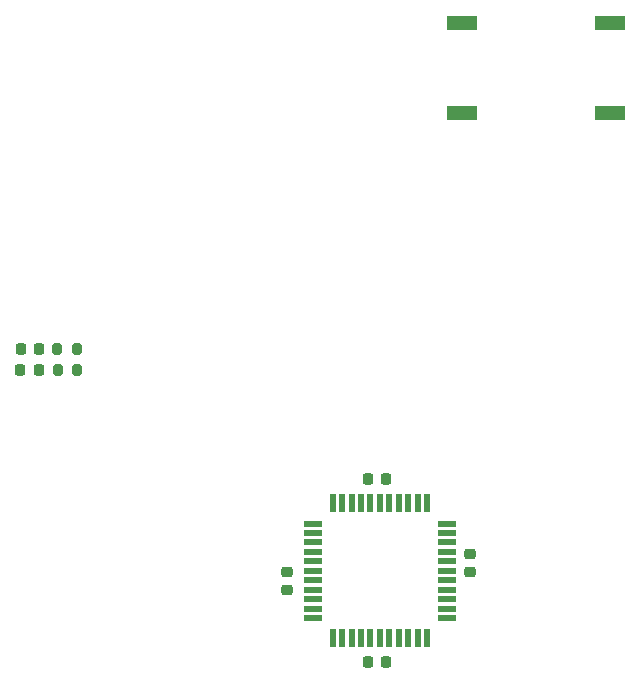
<source format=gbr>
%TF.GenerationSoftware,KiCad,Pcbnew,7.0.10*%
%TF.CreationDate,2024-02-20T17:57:48-08:00*%
%TF.ProjectId,HarnessTesterAll,4861726e-6573-4735-9465-73746572416c,rev?*%
%TF.SameCoordinates,Original*%
%TF.FileFunction,Paste,Top*%
%TF.FilePolarity,Positive*%
%FSLAX46Y46*%
G04 Gerber Fmt 4.6, Leading zero omitted, Abs format (unit mm)*
G04 Created by KiCad (PCBNEW 7.0.10) date 2024-02-20 17:57:48*
%MOMM*%
%LPD*%
G01*
G04 APERTURE LIST*
G04 Aperture macros list*
%AMRoundRect*
0 Rectangle with rounded corners*
0 $1 Rounding radius*
0 $2 $3 $4 $5 $6 $7 $8 $9 X,Y pos of 4 corners*
0 Add a 4 corners polygon primitive as box body*
4,1,4,$2,$3,$4,$5,$6,$7,$8,$9,$2,$3,0*
0 Add four circle primitives for the rounded corners*
1,1,$1+$1,$2,$3*
1,1,$1+$1,$4,$5*
1,1,$1+$1,$6,$7*
1,1,$1+$1,$8,$9*
0 Add four rect primitives between the rounded corners*
20,1,$1+$1,$2,$3,$4,$5,0*
20,1,$1+$1,$4,$5,$6,$7,0*
20,1,$1+$1,$6,$7,$8,$9,0*
20,1,$1+$1,$8,$9,$2,$3,0*%
G04 Aperture macros list end*
%ADD10RoundRect,0.200000X0.200000X0.275000X-0.200000X0.275000X-0.200000X-0.275000X0.200000X-0.275000X0*%
%ADD11R,2.500000X1.200000*%
%ADD12RoundRect,0.225000X-0.225000X-0.250000X0.225000X-0.250000X0.225000X0.250000X-0.225000X0.250000X0*%
%ADD13RoundRect,0.225000X-0.250000X0.225000X-0.250000X-0.225000X0.250000X-0.225000X0.250000X0.225000X0*%
%ADD14RoundRect,0.218750X-0.218750X-0.256250X0.218750X-0.256250X0.218750X0.256250X-0.218750X0.256250X0*%
%ADD15RoundRect,0.225000X0.250000X-0.225000X0.250000X0.225000X-0.250000X0.225000X-0.250000X-0.225000X0*%
%ADD16RoundRect,0.225000X0.225000X0.250000X-0.225000X0.250000X-0.225000X-0.250000X0.225000X-0.250000X0*%
%ADD17R,1.500000X0.550000*%
%ADD18R,0.550000X1.500000*%
G04 APERTURE END LIST*
D10*
%TO.C,R26*%
X93204840Y-93345727D03*
X91554840Y-93345727D03*
%TD*%
D11*
%TO.C,SW1*%
X125830000Y-73406000D03*
X138330000Y-73406000D03*
X125830000Y-65786000D03*
X138330000Y-65786000D03*
%TD*%
D12*
%TO.C,C4*%
X117843000Y-104394000D03*
X119393000Y-104394000D03*
%TD*%
D13*
%TO.C,C1*%
X110998000Y-112255000D03*
X110998000Y-113805000D03*
%TD*%
D14*
%TO.C,D2*%
X88433499Y-95123000D03*
X90008499Y-95123000D03*
%TD*%
D15*
%TO.C,C2*%
X126492000Y-112268000D03*
X126492000Y-110718000D03*
%TD*%
D14*
%TO.C,D1*%
X88455840Y-93345727D03*
X90030840Y-93345727D03*
%TD*%
D16*
%TO.C,C3*%
X119393000Y-119888000D03*
X117843000Y-119888000D03*
%TD*%
D10*
%TO.C,R25*%
X93258499Y-95123000D03*
X91608499Y-95123000D03*
%TD*%
D17*
%TO.C,U1*%
X113172000Y-108156000D03*
X113172000Y-108956000D03*
X113172000Y-109756000D03*
X113172000Y-110556000D03*
X113172000Y-111356000D03*
X113172000Y-112156000D03*
X113172000Y-112956000D03*
X113172000Y-113756000D03*
X113172000Y-114556000D03*
X113172000Y-115356000D03*
X113172000Y-116156000D03*
D18*
X114872000Y-117856000D03*
X115672000Y-117856000D03*
X116472000Y-117856000D03*
X117272000Y-117856000D03*
X118072000Y-117856000D03*
X118872000Y-117856000D03*
X119672000Y-117856000D03*
X120472000Y-117856000D03*
X121272000Y-117856000D03*
X122072000Y-117856000D03*
X122872000Y-117856000D03*
D17*
X124572000Y-116156000D03*
X124572000Y-115356000D03*
X124572000Y-114556000D03*
X124572000Y-113756000D03*
X124572000Y-112956000D03*
X124572000Y-112156000D03*
X124572000Y-111356000D03*
X124572000Y-110556000D03*
X124572000Y-109756000D03*
X124572000Y-108956000D03*
X124572000Y-108156000D03*
D18*
X122872000Y-106456000D03*
X122072000Y-106456000D03*
X121272000Y-106456000D03*
X120472000Y-106456000D03*
X119672000Y-106456000D03*
X118872000Y-106456000D03*
X118072000Y-106456000D03*
X117272000Y-106456000D03*
X116472000Y-106456000D03*
X115672000Y-106456000D03*
X114872000Y-106456000D03*
%TD*%
M02*

</source>
